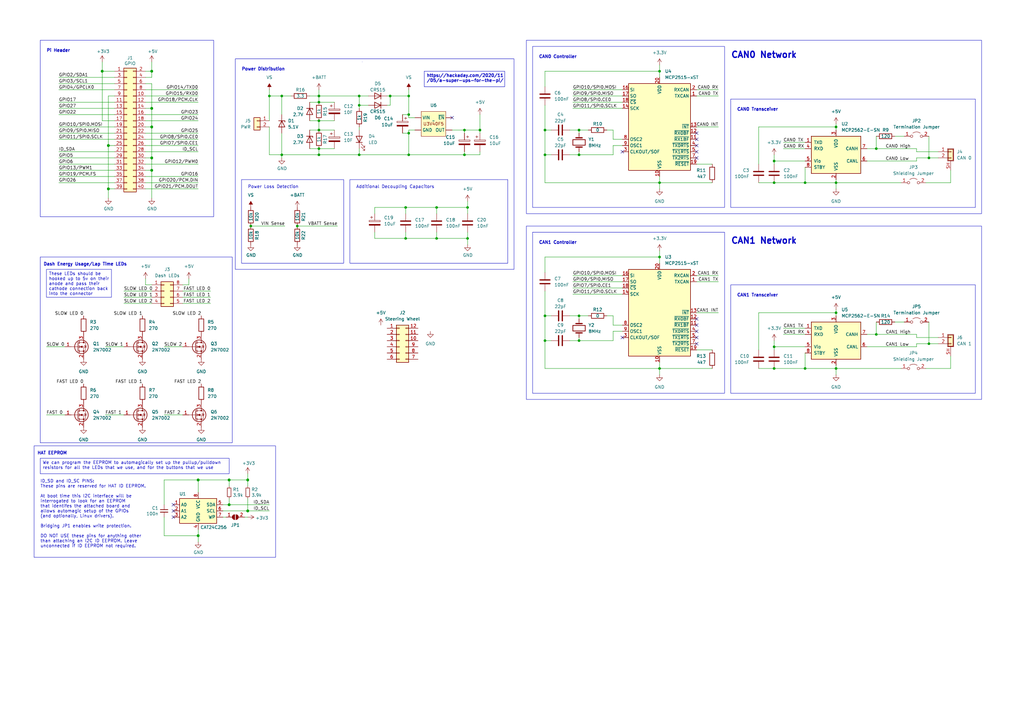
<source format=kicad_sch>
(kicad_sch (version 20230121) (generator eeschema)
  (paper "A3")
  (title_block (title "Dash Breakout Board") (date "2023-10-06") (rev "1"))
  (junction (at 317.5 66.04))
  (junction (at 330.2 74.93))
  (junction (at 237.49 129.54))
  (junction (at 62.23 64.77) (diameter 1.016))
  (junction (at 101.6 196.85) (diameter 1.016))
  (junction (at 41.91 29.21) (diameter 1.016))
  (junction (at 160.02 39.37))
  (junction (at 62.23 69.85) (diameter 1.016))
  (junction (at 93.98 207.01) (diameter 1.016))
  (junction (at 190.5 53.34))
  (junction (at 102.87 92.71))
  (junction (at 121.92 92.71))
  (junction (at 147.32 39.37))
  (junction (at 115.57 63.5))
  (junction (at 223.52 63.5))
  (junction (at 167.64 63.5))
  (junction (at 381 140.97))
  (junction (at 359.41 137.16))
  (junction (at 167.64 39.37))
  (junction (at 44.45 59.69) (diameter 1.016))
  (junction (at 237.49 53.34))
  (junction (at 147.32 63.5))
  (junction (at 223.52 129.54))
  (junction (at 166.37 85.09))
  (junction (at 342.9 128.27))
  (junction (at 130.81 53.34))
  (junction (at 130.81 63.5))
  (junction (at 317.5 151.13))
  (junction (at 62.23 52.07) (diameter 1.016))
  (junction (at 179.07 97.79))
  (junction (at 62.23 44.45) (diameter 1.016))
  (junction (at 317.5 142.24))
  (junction (at 342.9 74.93))
  (junction (at 270.51 105.41))
  (junction (at 93.98 196.85) (diameter 1.016))
  (junction (at 190.5 63.5))
  (junction (at 191.77 85.09))
  (junction (at 317.5 74.93))
  (junction (at 179.07 85.09))
  (junction (at 342.9 52.07))
  (junction (at 167.64 54.61))
  (junction (at 237.49 63.5))
  (junction (at 81.28 219.71) (diameter 1.016))
  (junction (at 381 64.77))
  (junction (at 115.57 39.37))
  (junction (at 223.52 139.7))
  (junction (at 191.77 97.79))
  (junction (at 81.28 196.85) (diameter 1.016))
  (junction (at 130.81 41.91))
  (junction (at 196.85 53.34))
  (junction (at 237.49 139.7))
  (junction (at 166.37 97.79))
  (junction (at 223.52 53.34))
  (junction (at 270.51 29.21))
  (junction (at 330.2 151.13))
  (junction (at 270.51 74.93))
  (junction (at 359.41 60.96))
  (junction (at 110.49 39.37))
  (junction (at 147.32 43.18))
  (junction (at 270.51 151.13))
  (junction (at 130.81 60.96))
  (junction (at 44.45 77.47) (diameter 1.016))
  (junction (at 342.9 151.13))
  (junction (at 130.81 39.37))
  (junction (at 130.81 49.53))
  (junction (at 167.64 46.99))
  (junction (at 62.23 29.21) (diameter 1.016))
  (junction (at 101.6 209.55) (diameter 1.016))
  (no_connect (at 71.12 207.01))
  (no_connect (at 71.12 209.55))
  (no_connect (at 71.12 212.09))
  (no_connect (at 285.75 57.15))
  (no_connect (at 185.42 48.26))
  (no_connect (at 285.75 64.77))
  (no_connect (at 255.27 62.23))
  (no_connect (at 285.75 135.89))
  (no_connect (at 285.75 54.61))
  (no_connect (at 255.27 138.43))
  (no_connect (at 285.75 62.23))
  (no_connect (at 285.75 59.69))
  (no_connect (at 285.75 140.97))
  (no_connect (at 285.75 133.35))
  (no_connect (at 285.75 138.43))
  (no_connect (at 285.75 130.81))
  (wire (pts (xy 44.45 59.69) (xy 44.45 77.47)))
  (wire (pts (xy 59.69 59.69) (xy 81.28 59.69)))
  (wire (pts (xy 127 41.91) (xy 130.81 41.91)))
  (wire (pts (xy 251.46 57.15) (xy 251.46 53.34)))
  (wire (pts (xy 46.99 41.91) (xy 24.13 41.91)))
  (wire (pts (xy 81.28 196.85) (xy 93.98 196.85)))
  (wire (pts (xy 101.6 196.85) (xy 93.98 196.85)))
  (wire (pts (xy 101.6 199.39) (xy 101.6 196.85)))
  (wire (pts (xy 270.51 29.21) (xy 270.51 31.75)))
  (wire (pts (xy 270.51 105.41) (xy 223.52 105.41)))
  (wire (pts (xy 191.77 85.09) (xy 191.77 87.63)))
  (wire (pts (xy 355.6 66.04) (xy 375.92 66.04)))
  (wire (pts (xy 294.64 36.83) (xy 285.75 36.83)))
  (wire (pts (xy 62.23 34.29) (xy 62.23 44.45)))
  (wire (pts (xy 234.95 120.65) (xy 255.27 120.65)))
  (wire (pts (xy 153.67 87.63) (xy 153.67 85.09)))
  (wire (pts (xy 130.81 49.53) (xy 130.81 53.34)))
  (wire (pts (xy 62.23 52.07) (xy 59.69 52.07)))
  (wire (pts (xy 147.32 63.5) (xy 167.64 63.5)))
  (wire (pts (xy 226.06 129.54) (xy 223.52 129.54)))
  (wire (pts (xy 130.81 60.96) (xy 137.16 60.96)))
  (wire (pts (xy 167.64 53.34) (xy 170.18 53.34)))
  (wire (pts (xy 196.85 53.34) (xy 196.85 54.61)))
  (wire (pts (xy 19.05 142.24) (xy 26.67 142.24)))
  (wire (pts (xy 62.23 64.77) (xy 62.23 69.85)))
  (wire (pts (xy 110.49 36.83) (xy 110.49 39.37)))
  (wire (pts (xy 237.49 129.54) (xy 237.49 130.81)))
  (wire (pts (xy 359.41 132.08) (xy 359.41 137.16)))
  (wire (pts (xy 160.02 39.37) (xy 167.64 39.37)))
  (wire (pts (xy 147.32 44.45) (xy 147.32 43.18)))
  (wire (pts (xy 317.5 142.24) (xy 317.5 143.51)))
  (wire (pts (xy 223.52 74.93) (xy 270.51 74.93)))
  (wire (pts (xy 223.52 29.21) (xy 223.52 35.56)))
  (wire (pts (xy 270.51 74.93) (xy 292.1 74.93)))
  (wire (pts (xy 389.89 69.85) (xy 389.89 74.93)))
  (wire (pts (xy 62.23 52.07) (xy 62.23 64.77)))
  (wire (pts (xy 127 49.53) (xy 130.81 49.53)))
  (wire (pts (xy 59.69 36.83) (xy 81.28 36.83)))
  (wire (pts (xy 130.81 36.83) (xy 130.81 39.37)))
  (wire (pts (xy 342.9 151.13) (xy 342.9 153.67)))
  (wire (pts (xy 375.92 64.77) (xy 381 64.77)))
  (wire (pts (xy 160.02 39.37) (xy 160.02 43.18)))
  (wire (pts (xy 44.45 39.37) (xy 44.45 59.69)))
  (wire (pts (xy 251.46 139.7) (xy 251.46 135.89)))
  (wire (pts (xy 234.95 115.57) (xy 255.27 115.57)))
  (wire (pts (xy 110.49 52.07) (xy 110.49 63.5)))
  (wire (pts (xy 91.44 207.01) (xy 93.98 207.01)))
  (wire (pts (xy 93.98 207.01) (xy 110.49 207.01)))
  (wire (pts (xy 294.64 52.07) (xy 285.75 52.07)))
  (wire (pts (xy 342.9 52.07) (xy 311.15 52.07)))
  (wire (pts (xy 237.49 129.54) (xy 241.3 129.54)))
  (wire (pts (xy 77.47 114.3) (xy 77.47 116.84)))
  (wire (pts (xy 234.95 39.37) (xy 255.27 39.37)))
  (wire (pts (xy 19.05 170.18) (xy 26.67 170.18)))
  (wire (pts (xy 44.45 39.37) (xy 46.99 39.37)))
  (wire (pts (xy 91.44 212.09) (xy 92.71 212.09)))
  (wire (pts (xy 100.33 212.09) (xy 101.6 212.09)))
  (wire (pts (xy 367.03 132.08) (xy 370.84 132.08)))
  (wire (pts (xy 59.69 57.15) (xy 81.28 57.15)))
  (wire (pts (xy 50.8 121.92) (xy 62.23 121.92)))
  (wire (pts (xy 342.9 128.27) (xy 342.9 129.54)))
  (wire (pts (xy 59.69 114.3) (xy 59.69 116.84)))
  (wire (pts (xy 46.99 62.23) (xy 24.13 62.23)))
  (wire (pts (xy 237.49 139.7) (xy 251.46 139.7)))
  (wire (pts (xy 167.64 48.26) (xy 170.18 48.26)))
  (wire (pts (xy 251.46 129.54) (xy 248.92 129.54)))
  (wire (pts (xy 24.13 64.77) (xy 46.99 64.77)))
  (wire (pts (xy 179.07 97.79) (xy 191.77 97.79)))
  (wire (pts (xy 270.51 151.13) (xy 292.1 151.13)))
  (wire (pts (xy 158.75 39.37) (xy 160.02 39.37)))
  (wire (pts (xy 285.75 67.31) (xy 292.1 67.31)))
  (wire (pts (xy 115.57 63.5) (xy 110.49 63.5)))
  (wire (pts (xy 330.2 68.58) (xy 330.2 74.93)))
  (wire (pts (xy 130.81 53.34) (xy 137.16 53.34)))
  (wire (pts (xy 223.52 53.34) (xy 223.52 63.5)))
  (wire (pts (xy 190.5 63.5) (xy 196.85 63.5)))
  (wire (pts (xy 190.5 53.34) (xy 196.85 53.34)))
  (wire (pts (xy 251.46 53.34) (xy 248.92 53.34)))
  (wire (pts (xy 234.95 118.11) (xy 255.27 118.11)))
  (wire (pts (xy 389.89 146.05) (xy 389.89 151.13)))
  (wire (pts (xy 44.45 59.69) (xy 46.99 59.69)))
  (wire (pts (xy 101.6 194.31) (xy 101.6 196.85)))
  (wire (pts (xy 237.49 63.5) (xy 251.46 63.5)))
  (wire (pts (xy 342.9 151.13) (xy 342.9 149.86)))
  (wire (pts (xy 317.5 74.93) (xy 330.2 74.93)))
  (wire (pts (xy 270.51 72.39) (xy 270.51 74.93)))
  (wire (pts (xy 59.69 46.99) (xy 81.28 46.99)))
  (wire (pts (xy 43.18 142.24) (xy 50.8 142.24)))
  (wire (pts (xy 81.28 196.85) (xy 81.28 201.93)))
  (wire (pts (xy 223.52 139.7) (xy 223.52 151.13)))
  (wire (pts (xy 359.41 60.96) (xy 375.92 60.96)))
  (wire (pts (xy 223.52 129.54) (xy 223.52 139.7)))
  (wire (pts (xy 233.68 139.7) (xy 237.49 139.7)))
  (wire (pts (xy 311.15 151.13) (xy 317.5 151.13)))
  (wire (pts (xy 223.52 43.18) (xy 223.52 53.34)))
  (wire (pts (xy 311.15 128.27) (xy 311.15 143.51)))
  (wire (pts (xy 237.49 63.5) (xy 237.49 62.23)))
  (wire (pts (xy 110.49 39.37) (xy 110.49 49.53)))
  (wire (pts (xy 270.51 151.13) (xy 270.51 153.67)))
  (wire (pts (xy 255.27 133.35) (xy 251.46 133.35)))
  (wire (pts (xy 59.69 77.47) (xy 81.28 77.47)))
  (wire (pts (xy 375.92 142.24) (xy 375.92 140.97)))
  (wire (pts (xy 44.45 77.47) (xy 44.45 81.28)))
  (wire (pts (xy 24.13 44.45) (xy 46.99 44.45)))
  (wire (pts (xy 101.6 204.47) (xy 101.6 209.55)))
  (wire (pts (xy 321.31 60.96) (xy 330.2 60.96)))
  (wire (pts (xy 41.91 25.4) (xy 41.91 29.21)))
  (wire (pts (xy 67.31 142.24) (xy 74.93 142.24)))
  (wire (pts (xy 270.51 26.67) (xy 270.51 29.21)))
  (wire (pts (xy 167.64 54.61) (xy 167.64 53.34)))
  (wire (pts (xy 130.81 41.91) (xy 137.16 41.91)))
  (wire (pts (xy 158.75 43.18) (xy 160.02 43.18)))
  (wire (pts (xy 321.31 58.42) (xy 330.2 58.42)))
  (wire (pts (xy 166.37 85.09) (xy 166.37 87.63)))
  (wire (pts (xy 317.5 63.5) (xy 317.5 66.04)))
  (wire (pts (xy 270.51 29.21) (xy 223.52 29.21)))
  (wire (pts (xy 321.31 134.62) (xy 330.2 134.62)))
  (wire (pts (xy 190.5 53.34) (xy 190.5 54.61)))
  (wire (pts (xy 381 55.88) (xy 381 64.77)))
  (wire (pts (xy 130.81 49.53) (xy 137.16 49.53)))
  (wire (pts (xy 62.23 69.85) (xy 59.69 69.85)))
  (wire (pts (xy 24.13 34.29) (xy 46.99 34.29)))
  (wire (pts (xy 355.6 137.16) (xy 359.41 137.16)))
  (wire (pts (xy 375.92 137.16) (xy 375.92 138.43)))
  (wire (pts (xy 147.32 43.18) (xy 147.32 39.37)))
  (wire (pts (xy 166.37 85.09) (xy 179.07 85.09)))
  (wire (pts (xy 375.92 140.97) (xy 381 140.97)))
  (wire (pts (xy 237.49 53.34) (xy 241.3 53.34)))
  (wire (pts (xy 270.51 148.59) (xy 270.51 151.13)))
  (wire (pts (xy 24.13 57.15) (xy 46.99 57.15)))
  (wire (pts (xy 196.85 53.34) (xy 196.85 46.99)))
  (wire (pts (xy 375.92 60.96) (xy 375.92 62.23)))
  (wire (pts (xy 379.73 74.93) (xy 389.89 74.93)))
  (wire (pts (xy 359.41 55.88) (xy 359.41 60.96)))
  (wire (pts (xy 41.91 49.53) (xy 46.99 49.53)))
  (wire (pts (xy 147.32 43.18) (xy 151.13 43.18)))
  (wire (pts (xy 311.15 52.07) (xy 311.15 67.31)))
  (wire (pts (xy 46.99 31.75) (xy 24.13 31.75)))
  (wire (pts (xy 153.67 97.79) (xy 166.37 97.79)))
  (wire (pts (xy 115.57 63.5) (xy 115.57 64.77)))
  (wire (pts (xy 62.23 29.21) (xy 62.23 31.75)))
  (wire (pts (xy 367.03 55.88) (xy 370.84 55.88)))
  (wire (pts (xy 62.23 44.45) (xy 62.23 52.07)))
  (wire (pts (xy 59.69 41.91) (xy 81.28 41.91)))
  (wire (pts (xy 62.23 44.45) (xy 59.69 44.45)))
  (wire (pts (xy 167.64 39.37) (xy 167.64 46.99)))
  (wire (pts (xy 317.5 151.13) (xy 330.2 151.13)))
  (wire (pts (xy 130.81 63.5) (xy 115.57 63.5)))
  (wire (pts (xy 167.64 36.83) (xy 167.64 39.37)))
  (wire (pts (xy 179.07 85.09) (xy 179.07 87.63)))
  (wire (pts (xy 165.1 54.61) (xy 167.64 54.61)))
  (wire (pts (xy 153.67 85.09) (xy 166.37 85.09)))
  (wire (pts (xy 62.23 25.4) (xy 62.23 29.21)))
  (wire (pts (xy 147.32 63.5) (xy 147.32 60.96)))
  (wire (pts (xy 294.64 113.03) (xy 285.75 113.03)))
  (wire (pts (xy 24.13 36.83) (xy 46.99 36.83)))
  (wire (pts (xy 179.07 85.09) (xy 191.77 85.09)))
  (wire (pts (xy 93.98 196.85) (xy 93.98 199.39)))
  (wire (pts (xy 223.52 63.5) (xy 226.06 63.5)))
  (wire (pts (xy 355.6 142.24) (xy 375.92 142.24)))
  (wire (pts (xy 50.8 119.38) (xy 62.23 119.38)))
  (wire (pts (xy 62.23 29.21) (xy 59.69 29.21)))
  (wire (pts (xy 41.91 29.21) (xy 41.91 49.53)))
  (wire (pts (xy 234.95 44.45) (xy 255.27 44.45)))
  (wire (pts (xy 59.69 49.53) (xy 81.28 49.53)))
  (wire (pts (xy 127 39.37) (xy 130.81 39.37)))
  (wire (pts (xy 147.32 39.37) (xy 130.81 39.37)))
  (wire (pts (xy 59.69 39.37) (xy 81.28 39.37)))
  (wire (pts (xy 342.9 52.07) (xy 342.9 53.34)))
  (wire (pts (xy 342.9 74.93) (xy 342.9 77.47)))
  (wire (pts (xy 179.07 95.25) (xy 179.07 97.79)))
  (wire (pts (xy 93.98 204.47) (xy 93.98 207.01)))
  (wire (pts (xy 234.95 36.83) (xy 255.27 36.83)))
  (wire (pts (xy 91.44 209.55) (xy 101.6 209.55)))
  (wire (pts (xy 101.6 209.55) (xy 110.49 209.55)))
  (wire (pts (xy 191.77 97.79) (xy 191.77 100.33)))
  (wire (pts (xy 24.13 46.99) (xy 46.99 46.99)))
  (wire (pts (xy 115.57 54.61) (xy 115.57 63.5)))
  (wire (pts (xy 130.81 60.96) (xy 130.81 63.5)))
  (wire (pts (xy 59.69 116.84) (xy 62.23 116.84)))
  (wire (pts (xy 24.13 54.61) (xy 46.99 54.61)))
  (wire (pts (xy 321.31 137.16) (xy 330.2 137.16)))
  (wire (pts (xy 342.9 151.13) (xy 369.57 151.13)))
  (wire (pts (xy 110.49 39.37) (xy 115.57 39.37)))
  (wire (pts (xy 342.9 50.8) (xy 342.9 52.07)))
  (wire (pts (xy 355.6 60.96) (xy 359.41 60.96)))
  (wire (pts (xy 223.52 151.13) (xy 270.51 151.13)))
  (wire (pts (xy 147.32 39.37) (xy 151.13 39.37)))
  (wire (pts (xy 138.43 92.71) (xy 121.92 92.71)))
  (wire (pts (xy 381 140.97) (xy 384.81 140.97)))
  (wire (pts (xy 223.52 63.5) (xy 223.52 74.93)))
  (wire (pts (xy 130.81 63.5) (xy 147.32 63.5)))
  (wire (pts (xy 24.13 67.31) (xy 46.99 67.31)))
  (wire (pts (xy 233.68 63.5) (xy 237.49 63.5)))
  (wire (pts (xy 62.23 31.75) (xy 59.69 31.75)))
  (wire (pts (xy 342.9 74.93) (xy 342.9 73.66)))
  (wire (pts (xy 226.06 53.34) (xy 223.52 53.34)))
  (wire (pts (xy 190.5 62.23) (xy 190.5 63.5)))
  (wire (pts (xy 86.36 124.46) (xy 74.93 124.46)))
  (wire (pts (xy 270.51 74.93) (xy 270.51 77.47)))
  (wire (pts (xy 223.52 119.38) (xy 223.52 129.54)))
  (wire (pts (xy 294.64 115.57) (xy 285.75 115.57)))
  (wire (pts (xy 153.67 95.25) (xy 153.67 97.79)))
  (wire (pts (xy 24.13 72.39) (xy 46.99 72.39)))
  (wire (pts (xy 342.9 127) (xy 342.9 128.27)))
  (wire (pts (xy 185.42 53.34) (xy 190.5 53.34)))
  (wire (pts (xy 59.69 72.39) (xy 81.28 72.39)))
  (wire (pts (xy 59.69 67.31) (xy 81.28 67.31)))
  (wire (pts (xy 44.45 77.47) (xy 46.99 77.47)))
  (wire (pts (xy 86.36 121.92) (xy 74.93 121.92)))
  (wire (pts (xy 255.27 57.15) (xy 251.46 57.15)))
  (wire (pts (xy 330.2 151.13) (xy 342.9 151.13)))
  (wire (pts (xy 59.69 74.93) (xy 81.28 74.93)))
  (wire (pts (xy 375.92 138.43) (xy 384.81 138.43)))
  (wire (pts (xy 223.52 105.41) (xy 223.52 111.76)))
  (wire (pts (xy 165.1 46.99) (xy 167.64 46.99)))
  (wire (pts (xy 237.49 139.7) (xy 237.49 138.43)))
  (wire (pts (xy 379.73 151.13) (xy 389.89 151.13)))
  (wire (pts (xy 62.23 34.29) (xy 59.69 34.29)))
  (wire (pts (xy 317.5 66.04) (xy 317.5 67.31)))
  (wire (pts (xy 74.93 116.84) (xy 77.47 116.84)))
  (wire (pts (xy 24.13 74.93) (xy 46.99 74.93)))
  (wire (pts (xy 50.8 124.46) (xy 62.23 124.46)))
  (wire (pts (xy 130.81 39.37) (xy 130.81 41.91)))
  (wire (pts (xy 251.46 135.89) (xy 255.27 135.89)))
  (wire (pts (xy 330.2 144.78) (xy 330.2 151.13)))
  (wire (pts (xy 342.9 74.93) (xy 369.57 74.93)))
  (wire (pts (xy 237.49 53.34) (xy 237.49 54.61)))
  (wire (pts (xy 167.64 63.5) (xy 190.5 63.5)))
  (wire (pts (xy 196.85 63.5) (xy 196.85 62.23)))
  (wire (pts (xy 167.64 63.5) (xy 167.64 54.61)))
  (wire (pts (xy 166.37 97.79) (xy 179.07 97.79)))
  (wire (pts (xy 317.5 142.24) (xy 330.2 142.24)))
  (wire (pts (xy 234.95 113.03) (xy 255.27 113.03)))
  (wire (pts (xy 43.18 170.18) (xy 50.8 170.18)))
  (wire (pts (xy 311.15 74.93) (xy 317.5 74.93)))
  (wire (pts (xy 115.57 39.37) (xy 115.57 46.99)))
  (wire (pts (xy 127 60.96) (xy 130.81 60.96)))
  (wire (pts (xy 67.31 196.85) (xy 67.31 207.01)))
  (wire (pts (xy 67.31 212.09) (xy 67.31 219.71)))
  (wire (pts (xy 67.31 219.71) (xy 81.28 219.71)))
  (wire (pts (xy 81.28 196.85) (xy 67.31 196.85)))
  (wire (pts (xy 381 132.08) (xy 381 140.97)))
  (wire (pts (xy 116.84 92.71) (xy 102.87 92.71)))
  (wire (pts (xy 294.64 39.37) (xy 285.75 39.37)))
  (wire (pts (xy 147.32 52.07) (xy 147.32 53.34)))
  (wire (pts (xy 81.28 217.17) (xy 81.28 219.71)))
  (wire (pts (xy 81.28 219.71) (xy 81.28 222.25)))
  (wire (pts (xy 270.51 102.87) (xy 270.51 105.41)))
  (wire (pts (xy 167.64 46.99) (xy 167.64 48.26)))
  (wire (pts (xy 233.68 129.54) (xy 237.49 129.54)))
  (wire (pts (xy 317.5 66.04) (xy 330.2 66.04)))
  (wire (pts (xy 62.23 69.85) (xy 62.23 81.28)))
  (wire (pts (xy 234.95 41.91) (xy 255.27 41.91)))
  (wire (pts (xy 285.75 143.51) (xy 292.1 143.51)))
  (wire (pts (xy 59.69 54.61) (xy 81.28 54.61)))
  (wire (pts (xy 46.99 69.85) (xy 24.13 69.85)))
  (wire (pts (xy 223.52 139.7) (xy 226.06 139.7)))
  (wire (pts (xy 86.36 119.38) (xy 74.93 119.38)))
  (wire (pts (xy 375.92 62.23) (xy 384.81 62.23)))
  (wire (pts (xy 294.64 128.27) (xy 285.75 128.27)))
  (wire (pts (xy 359.41 137.16) (xy 375.92 137.16)))
  (wire (pts (xy 191.77 85.09) (xy 191.77 82.55)))
  (wire (pts (xy 67.31 170.18) (xy 74.93 170.18)))
  (wire (pts (xy 270.51 105.41) (xy 270.51 107.95)))
  (wire (pts (xy 62.23 64.77) (xy 59.69 64.77)))
  (wire (pts (xy 251.46 63.5) (xy 251.46 59.69)))
  (wire (pts (xy 381 64.77) (xy 384.81 64.77)))
  (wire (pts (xy 41.91 29.21) (xy 46.99 29.21)))
  (wire (pts (xy 127 53.34) (xy 130.81 53.34)))
  (wire (pts (xy 115.57 39.37) (xy 119.38 39.37)))
  (wire (pts (xy 375.92 66.04) (xy 375.92 64.77)))
  (wire (pts (xy 233.68 53.34) (xy 237.49 53.34)))
  (wire (pts (xy 191.77 95.25) (xy 191.77 97.79)))
  (wire (pts (xy 342.9 128.27) (xy 311.15 128.27)))
  (wire (pts (xy 46.99 52.07) (xy 24.13 52.07)))
  (wire (pts (xy 59.69 62.23) (xy 81.28 62.23)))
  (wire (pts (xy 166.37 95.25) (xy 166.37 97.79)))
  (wire (pts (xy 251.46 133.35) (xy 251.46 129.54)))
  (wire (pts (xy 330.2 74.93) (xy 342.9 74.93)))
  (wire (pts (xy 251.46 59.69) (xy 255.27 59.69)))
  (wire (pts (xy 317.5 139.7) (xy 317.5 142.24)))
  (rectangle (start 143.51 73.66) (end 208.28 107.95))
  (rectangle (start 16.51 105.41) (end 95.25 181.61))
  (rectangle (start 299.72 40.64) (end 400.05 85.09))
  (rectangle (start 215.9 16.51) (end 402.59 87.63))
  (rectangle (start 99.06 73.66) (end 140.97 107.95))
  (rectangle (start 218.44 19.05) (end 297.18 85.09))
  (rectangle (start 16.51 16.51) (end 87.63 88.9))
  (rectangle (start 299.72 116.84) (end 400.05 161.29))
  (rectangle (start 218.44 95.25) (end 297.18 161.29))
  (rectangle (start 96.52 24.13) (end 210.82 110.49))
  (rectangle (start 215.9 92.71) (end 402.59 163.83))
  (rectangle (start 13.97 182.88) (end 113.03 228.6))
  (text_box "https://hackaday.com/2020/11\n/05/a-super-ups-for-the-pi/" (at 173.99 29.21 0) (size 33.02 6.35) (effects (font (size 1.27 1.27) bold) (justify left top)))
  (text_box "These LEDs should be hooked up to 5v on their anode and pass their cathode connection back into the connector" (at 19.05 110.49 0) (size 26.67 11.43) (effects (font (size 1.27 1.27)) (justify left top)))
  (text_box "We can program the EEPROM to automagically set up the pullup/pulldown resistors for all the LEDs that we use, and for the buttons that we use\n " (at 16.51 187.96 0) (size 77.47 6.35) (effects (font (size 1.27 1.27)) (justify left top)))
  (text_box "" (at 148.59 25.4 0) (size 0 0) (effects (font (size 1.27 1.27)) (justify left top)))
  (text "Power Loss Detection" (at 101.6 77.47 0) (effects (font (size 1.27 1.27)) (justify left bottom)))
  (text "CAN1 Controller" (at 220.98 100.33 0) (effects (font (size 1.27 1.27) bold) (justify left bottom)))
  (text "HAT EEPROM" (at 15.24 186.69 0) (effects (font (size 1.27 1.27) (thickness 0.254) bold) (justify left bottom)))
  (text "Power Distribution" (at 99.06 29.21 0) (effects (font (size 1.27 1.27) bold) (justify left bottom)))
  (text "ID_SD and ID_SC PINS:\nThese pins are reserved for HAT ID EEPROM.\n\nAt boot time this I2C interface will be\ninterrogated to look for an EEPROM\nthat identifes the attached board and\nallows automagic setup of the GPIOs\n(and optionally, Linux drivers).\n\nBridging JP1 enables write protection.\n\nDO NOT USE these pins for anything other\nthan attaching an I2C ID EEPROM. Leave\nunconnected if ID EEPROM not required." (at 16.51 224.79 0) (effects (font (size 1.27 1.27)) (justify left bottom)))
  (text "CAN1 Transceiver" (at 302.26 121.92 0) (effects (font (size 1.27 1.27) bold) (justify left bottom)))
  (text "Pi Header" (at 19.05 21.59 0) (effects (font (size 1.27 1.27) bold) (justify left bottom)))
  (text "CAN1 Network" (at 299.72 100.33 0) (effects (font (size 2.54 2.54) bold) (justify left bottom)))
  (text "Dash Energy Usage/Lap Time LEDs" (at 17.78 109.22 0) (effects (font (size 1.27 1.27) (thickness 0.254) bold) (justify left bottom)))
  (text "CAN0 Network" (at 299.72 24.13 0) (effects (font (size 2.54 2.54) bold) (justify left bottom)))
  (text "CAN0 Transceiver" (at 302.26 45.72 0) (effects (font (size 1.27 1.27) bold) (justify left bottom)))
  (text "CAN0 Controller" (at 220.98 24.13 0) (effects (font (size 1.27 1.27) bold) (justify left bottom)))
  (text "Additional Decoupling Capacitors" (at 146.05 77.47 0) (effects (font (size 1.27 1.27)) (justify left bottom)))
  (label "CAN1 RX" (at 321.31 137.16 0))
  (label "CAN0 TX" (at 294.64 39.37 180))
  (label "ID_SDA" (at 24.13 62.23 0))
  (label "GPIO9{slash}SPI0.MISO" (at 234.95 39.37 0))
  (label "GPIO6" (at 24.13 67.31 0))
  (label "SLOW 2" (at 67.31 142.24 0))
  (label "SLOW LED 2" (at 82.55 129.54 180))
  (label "FAST LED 1" (at 58.42 157.48 180))
  (label "CAN0 Low" (at 363.22 66.04 0))
  (label "GPIO9{slash}SPI0.MISO" (at 234.95 115.57 0))
  (label "ID_SDA" (at 110.49 207.01 180))
  (label "SLOW LED 0" (at 50.8 119.38 0))
  (label "CAN1 TX" (at 294.64 115.57 180))
  (label "ID_SCL" (at 81.28 62.23 180))
  (label "GPIO5" (at 24.13 64.77 0))
  (label "GPIO7{slash}SPI0.CE1" (at 234.95 118.11 0))
  (label "GPIO21{slash}PCM.DOUT" (at 81.28 77.47 180))
  (label "GPIO19{slash}PCM.FS" (at 24.13 72.39 0))
  (label "GPIO10{slash}SPI0.MOSI" (at 24.13 52.07 0))
  (label "FAST LED 2" (at 86.36 124.46 180))
  (label "GPIO9{slash}SPI0.MISO" (at 24.13 54.61 0))
  (label "VBATT Sense" (at 138.43 92.71 180))
  (label "GPIO23" (at 81.28 46.99 180))
  (label "SLOW 1" (at 43.18 142.24 0))
  (label "CAN0 RX" (at 294.64 36.83 180))
  (label "GPIO4{slash}GPCLK0" (at 24.13 36.83 0))
  (label "GPIO27" (at 24.13 44.45 0))
  (label "SLOW LED 1" (at 58.42 129.54 180))
  (label "VIN Sense" (at 116.84 92.71 180))
  (label "GPIO26" (at 24.13 74.93 0))
  (label "GPIO14{slash}TXD0" (at 81.28 36.83 180))
  (label "GPIO8{slash}SPI0.CE0" (at 81.28 57.15 180))
  (label "GPIO15{slash}RXD0" (at 81.28 39.37 180))
  (label "GPIO16" (at 81.28 72.39 180))
  (label "GPIO8{slash}SPI0.CE0" (at 234.95 41.91 0))
  (label "SLOW LED 2" (at 50.8 124.46 0))
  (label "FAST 2" (at 67.31 170.18 0))
  (label "FAST LED 0" (at 34.29 157.48 180))
  (label "GPIO22" (at 24.13 46.99 0))
  (label "CAN1 INT" (at 294.64 128.27 180))
  (label "FAST 0" (at 19.05 170.18 0))
  (label "CAN0 RX" (at 321.31 60.96 0))
  (label "SLOW LED 1" (at 50.8 121.92 0))
  (label "GPIO2{slash}SDA1" (at 24.13 31.75 0))
  (label "GPIO11{slash}SPI0.SCLK" (at 234.95 120.65 0))
  (label "GPIO17" (at 24.13 41.91 0))
  (label "CAN0 INT" (at 294.64 52.07 180))
  (label "GPIO25" (at 81.28 54.61 180))
  (label "GPIO3{slash}SCL1" (at 24.13 34.29 0))
  (label "GPIO18{slash}PCM.CLK" (at 81.28 41.91 180))
  (label "FAST LED 1" (at 86.36 121.92 180))
  (label "FAST 1" (at 43.18 170.18 0))
  (label "GPIO12{slash}PWM0" (at 81.28 67.31 180))
  (label "FAST LED 0" (at 86.36 119.38 180))
  (label "CAN0 High" (at 363.22 60.96 0))
  (label "GPIO13{slash}PWM1" (at 24.13 69.85 0))
  (label "GPIO20{slash}PCM.DIN" (at 81.28 74.93 180))
  (label "GPIO24" (at 81.28 49.53 180))
  (label "CAN1 High" (at 363.22 137.16 0))
  (label "GPIO7{slash}SPI0.CE1" (at 81.28 59.69 180))
  (label "FAST LED 2" (at 82.55 157.48 180))
  (label "GPIO10{slash}SPI0.MOSI" (at 234.95 36.83 0))
  (label "GPIO10{slash}SPI0.MOSI" (at 234.95 113.03 0))
  (label "CAN1 TX" (at 321.31 134.62 0))
  (label "ID_SCL" (at 110.49 209.55 180))
  (label "CAN1 Low" (at 363.22 142.24 0))
  (label "SLOW LED 0" (at 34.29 129.54 180))
  (label "CAN1 RX" (at 294.64 113.03 180))
  (label "SLOW 0" (at 19.05 142.24 0))
  (label "GPIO11{slash}SPI0.SCLK" (at 234.95 44.45 0))
  (label "CAN0 TX" (at 321.31 58.42 0))
  (label "GPIO11{slash}SPI0.SCLK" (at 24.13 57.15 0))
  (symbol (lib_id "power:+5V") (at 62.23 25.4 0) (unit 1)
    (property "Reference" "#PWR01" (effects hide))
    (property "Value" "+5V" (at 62.5983 21.0756 0))
  )
  (symbol (lib_id "power:+3.3V") (at 41.91 25.4 0) (unit 1)
    (property "Reference" "#PWR04" (effects hide))
    (property "Value" "+3.3V" (at 42.2783 21.0756 0))
  )
  (symbol (lib_id "power:GND") (at 62.23 81.28 0) (unit 1)
    (property "Reference" "#PWR02" (effects hide))
    (property "Value" "GND" (at 62.3443 85.6044 0))
  )
  (symbol (lib_id "power:GND") (at 44.45 81.28 0) (unit 1)
    (property "Reference" "#PWR03" (effects hide))
    (property "Value" "GND" (at 44.5643 85.6044 0))
  )
  (symbol (lib_id "Connector_Generic:Conn_02x20_Odd_Even") (at 52.07 52.07 0) (unit 1)
    (property "Reference" "J1" (at 53.34 23.7298 0))
    (property "Value" "GPIO" (at 53.34 26.035 0))
    (property "Footprint" "Connector_PinSocket_2.54mm:PinSocket_2x20_P2.54mm_Vertical" (effects hide))
  )
  (symbol (lib_name "GND_1") (lib_id "power:GND") (at 34.29 147.32 0) (unit 1)
    (property "Reference" "#PWR09" (effects hide))
    (property "Value" "GND" (at 34.29 152.4 0))
  )
  (symbol (lib_id "Jumper:Jumper_2_Open") (at 375.92 55.88 0) (unit 1)
    (property "Reference" "JP2" (at 375.92 49.53 0))
    (property "Value" "Termination Jumper" (at 375.92 52.07 0))
  )
  (symbol (lib_id "power:+BATT") (at 130.81 36.83 0) (unit 1)
    (property "Reference" "#PWR030" (effects hide))
    (property "Value" "+BATT" (at 130.81 31.75 0))
  )
  (symbol (lib_id "Device:R") (at 58.42 133.35 0) (unit 1)
    (property "Reference" "R4" (at 60.96 132.08 0) (effects (justify left)))
    (property "Value" "270" (at 60.96 134.62 0) (effects (justify left)))
  )
  (symbol (lib_id "Device:C_Small") (at 67.31 209.55 0) (unit 1)
    (property "Reference" "C1" (at 64.9858 208.4006 0) (effects (justify right)))
    (property "Value" "100n" (at 64.9858 210.6993 0) (effects (justify right)))
  )
  (symbol (lib_id "Connector_Generic:Conn_01x02") (at 105.41 49.53 0) (mirror y) (unit 1)
    (property "Reference" "J5" (at 102.87 49.53 0) (effects (justify left)))
    (property "Value" "PWR" (at 102.87 52.07 0) (effects (justify left)))
  )
  (symbol (lib_id "Device:C") (at 311.15 71.12 0) (mirror y) (unit 1)
    (property "Reference" "C3" (at 307.34 69.85 0) (effects (justify left)))
    (property "Value" "100nF" (at 307.34 72.39 0) (effects (justify left)))
  )
  (symbol (lib_name "+3.3V_1") (lib_id "power:+3.3V") (at 270.51 26.67 0) (unit 1)
    (property "Reference" "#PWR021" (effects hide))
    (property "Value" "+3.3V" (at 270.51 21.59 0))
  )
  (symbol (lib_id "Device:R") (at 130.81 57.15 180) (unit 1)
    (property "Reference" "R17" (at 133.35 57.15 90))
    (property "Value" "1k" (at 130.81 57.15 90))
  )
  (symbol (lib_id "Device:C") (at 191.77 91.44 0) (unit 1)
    (property "Reference" "C20" (at 195.58 90.17 0) (effects (justify left)))
    (property "Value" "10nF" (at 195.58 92.71 0) (effects (justify left)))
  )
  (symbol (lib_id "Connector_Generic:Conn_02x04_Counter_Clockwise") (at 67.31 119.38 0) (unit 1)
    (property "Reference" "J3" (at 68.58 110.49 0))
    (property "Value" "Dash LEDs" (at 68.58 113.03 0))
  )
  (symbol (lib_id "Device:C") (at 223.52 115.57 0) (unit 1)
    (property "Reference" "C7" (at 227.33 114.3 0) (effects (justify left)))
    (property "Value" "100nF" (at 227.33 116.84 0) (effects (justify left)))
  )
  (symbol (lib_name "+5V_3") (lib_id "power:+5V") (at 196.85 46.99 0) (unit 1)
    (property "Reference" "#PWR028" (effects hide))
    (property "Value" "+5V" (at 196.85 41.91 0))
  )
  (symbol (lib_id "Device:R") (at 292.1 71.12 0) (mirror y) (unit 1)
    (property "Reference" "R11" (at 289.56 69.85 0) (effects (justify left)))
    (property "Value" "4k7" (at 289.56 72.39 0) (effects (justify left)))
  )
  (symbol (lib_id "Device:R") (at 245.11 129.54 90) (unit 1)
    (property "Reference" "R12" (at 245.11 127 90))
    (property "Value" "0" (at 245.11 129.54 90))
  )
  (symbol (lib_id "Device:D_Zener") (at 127 45.72 270) (unit 1)
    (property "Reference" "D2" (at 124.46 44.45 90) (effects (justify right)))
    (property "Value" "2.7V" (at 124.46 46.99 90) (effects (justify right)))
  )
  (symbol (lib_id "Device:R_Small") (at 93.98 201.93 0) (unit 1)
    (property "Reference" "R1" (at 95.4786 200.787 0) (effects (justify left)))
    (property "Value" "3.9k" (at 95.4787 203.0793 0) (effects (justify left)))
  )
  (symbol (lib_id "Jumper:Jumper_2_Open") (at 374.65 74.93 0) (unit 1)
    (property "Reference" "JP3" (at 374.65 68.58 0))
    (property "Value" "Shielding Jumper" (at 374.65 71.12 0))
  )
  (symbol (lib_id "Device:R") (at 102.87 96.52 180) (unit 1)
    (property "Reference" "R18" (at 105.41 96.52 90))
    (property "Value" "10k" (at 102.87 96.52 90))
  )
  (symbol (lib_id "Device:R") (at 121.92 96.52 180) (unit 1)
    (property "Reference" "R22" (at 124.46 96.52 90))
    (property "Value" "10k" (at 121.92 96.52 90))
  )
  (symbol (lib_id "power:VS") (at 167.64 36.83 0) (unit 1)
    (property "Reference" "#PWR027" (effects hide))
    (property "Value" "VS" (at 167.64 31.75 0))
  )
  (symbol (lib_id "power:VS") (at 110.49 36.83 0) (unit 1)
    (property "Reference" "#PWR016" (effects hide))
    (property "Value" "VS" (at 110.49 31.75 0))
  )
  (symbol (lib_id "Transistor_FET:2N7002") (at 55.88 142.24 0) (unit 1)
    (property "Reference" "Q2" (at 62.23 140.97 0) (effects (justify left)))
    (property "Value" "2N7002" (at 62.23 143.51 0) (effects (justify left)))
    (property "Footprint" "Package_TO_SOT_SMD:SOT-23" (effects hide))
    (property "Datasheet" "https://www.onsemi.com/pub/Collateral/NDS7002A-D.PDF" (effects hide))
  )
  (symbol (lib_id "Device:LED") (at 147.32 57.15 90) (unit 1)
    (property "Reference" "D4" (at 151.13 55.88 90) (effects (justify right)))
    (property "Value" "LED" (at 151.13 58.42 90) (effects (justify right)))
  )
  (symbol (lib_name "GND_1") (lib_id "power:GND") (at 58.42 175.26 0) (unit 1)
    (property "Reference" "#PWR013" (effects hide))
    (property "Value" "GND" (at 58.42 180.34 0))
  )
  (symbol (lib_id "Jumper:SolderJumper_2_Open") (at 96.52 212.09 0) (unit 1)
    (property "Reference" "JP1" (at 96.52 215.373 0))
    (property "Value" "ID_WP" (effects hide))
  )
  (symbol (lib_id "power:GND") (at 115.57 64.77 0) (unit 1)
    (property "Reference" "#PWR017" (effects hide))
    (property "Value" "GND" (at 115.6843 69.0944 0))
  )
  (symbol (lib_name "+5V_3") (lib_id "power:+5V") (at 342.9 127 0) (unit 1)
    (property "Reference" "#PWR025" (effects hide))
    (property "Value" "+5V" (at 342.9 121.92 0))
  )
  (symbol (lib_id "Connector_Generic:Conn_02x06_Counter_Clockwise") (at 163.83 139.7 0) (unit 1)
    (property "Reference" "J2" (at 165.1 128.27 0))
    (property "Value" "Steering Wheel" (at 165.1 130.81 0))
  )
  (symbol (lib_name "+5V_3") (lib_id "power:+5V") (at 342.9 50.8 0) (unit 1)
    (property "Reference" "#PWR018" (effects hide))
    (property "Value" "+5V" (at 342.9 45.72 0))
  )
  (symbol (lib_id "power:+BATT") (at 121.92 85.09 0) (unit 1)
    (property "Reference" "#PWR032" (effects hide))
    (property "Value" "+BATT" (at 121.92 80.01 0))
  )
  (symbol (lib_id "Device:R_Small") (at 101.6 201.93 0) (unit 1)
    (property "Reference" "R2" (at 103.0986 200.787 0) (effects (justify left)))
    (property "Value" "3.9k" (at 103.0987 203.0793 0) (effects (justify left)))
  )
  (symbol (lib_id "Transistor_FET:2N7002") (at 55.88 170.18 0) (unit 1)
    (property "Reference" "Q5" (at 62.23 168.91 0) (effects (justify left)))
    (property "Value" "2N7002" (at 62.23 171.45 0) (effects (justify left)))
    (property "Footprint" "Package_TO_SOT_SMD:SOT-23" (effects hide))
    (property "Datasheet" "https://www.onsemi.com/pub/Collateral/NDS7002A-D.PDF" (effects hide))
  )
  (symbol (lib_id "Connector_Generic_Shielded:Conn_01x02_Shielded") (at 389.89 62.23 0) (unit 1)
    (property "Reference" "J4" (at 392.43 62.23 0) (effects (justify left)))
    (property "Value" "CAN 0" (at 392.43 64.77 0) (effects (justify left)))
  )
  (symbol (lib_id "power:+3.3V") (at 101.6 194.31 0) (unit 1)
    (property "Reference" "#PWR0101" (effects hide))
    (property "Value" "+3.3V" (at 101.9683 189.9856 0))
  )
  (symbol (lib_id "Device:C_Polarized") (at 165.1 50.8 0) (mirror y) (unit 1)
    (property "Reference" "C14" (at 161.29 48.641 0) (effects (justify left)))
    (property "Value" "10uF" (at 161.29 51.181 0) (effects (justify left)))
  )
  (symbol (lib_name "+3.3V_1") (lib_id "power:+3.3V") (at 317.5 139.7 0) (unit 1)
    (property "Reference" "#PWR024" (effects hide))
    (property "Value" "+3.3V" (at 317.5 134.62 0))
  )
  (symbol (lib_name "GND_1") (lib_id "power:GND") (at 82.55 175.26 0) (unit 1)
    (property "Reference" "#PWR014" (effects hide))
    (property "Value" "GND" (at 82.55 180.34 0))
  )
  (symbol (lib_id "Device:R") (at 245.11 53.34 90) (unit 1)
    (property "Reference" "R10" (at 245.11 50.8 90))
    (property "Value" "0" (at 245.11 53.34 90))
  )
  (symbol (lib_id "Device:D_Zener") (at 115.57 50.8 270) (unit 1)
    (property "Reference" "D1" (at 118.11 49.53 90) (effects (justify left)))
    (property "Value" "5.1V" (at 118.11 52.07 90) (effects (justify left)))
  )
  (symbol (lib_name "+3.3V_1") (lib_id "power:+3.3V") (at 317.5 63.5 0) (unit 1)
    (property "Reference" "#PWR019" (effects hide))
    (property "Value" "+3.3V" (at 317.5 58.42 0))
  )
  (symbol (lib_id "power:GND") (at 102.87 100.33 0) (unit 1)
    (property "Reference" "#PWR031" (effects hide))
    (property "Value" "GND" (at 102.9843 104.6544 0))
  )
  (symbol (lib_name "+3.3V_1") (lib_id "power:+3.3V") (at 270.51 102.87 0) (unit 1)
    (property "Reference" "#PWR022" (effects hide))
    (property "Value" "+3.3V" (at 270.51 97.79 0))
  )
  (symbol (lib_id "Device:R") (at 102.87 88.9 180) (unit 1)
    (property "Reference" "R20" (at 105.41 88.9 90))
    (property "Value" "10k" (at 102.87 88.9 90))
  )
  (symbol (lib_id "Memory_EEPROM:CAT24C256") (at 81.28 209.55 0) (unit 1)
    (property "Reference" "U1" (at 74.93 202.5458 0))
    (property "Value" "CAT24C256" (at 87.63 216.2745 0))
    (property "Datasheet" "https://www.onsemi.cn/PowerSolutions/document/CAT24C256-D.PDF" (effects hide))
  )
  (symbol (lib_id "power:GND") (at 121.92 100.33 0) (unit 1)
    (property "Reference" "#PWR033" (effects hide))
    (property "Value" "GND" (at 122.0343 104.6544 0))
  )
  (symbol (lib_id "Device:R") (at 363.22 55.88 90) (unit 1)
    (property "Reference" "R9" (at 363.22 53.34 90))
    (property "Value" "120" (at 363.22 55.88 90))
  )
  (symbol (lib_name "+5V_2") (lib_id "power:+5V") (at 77.47 114.3 0) (unit 1)
    (property "Reference" "#PWR07" (effects hide))
    (property "Value" "+5V" (at 77.47 109.22 0))
  )
  (symbol (lib_name "GND_1") (lib_id "power:GND") (at 58.42 147.32 0) (unit 1)
    (property "Reference" "#PWR010" (effects hide))
    (property "Value" "GND" (at 58.42 152.4 0))
  )
  (symbol (lib_id "Jumper:Jumper_2_Open") (at 375.92 132.08 0) (unit 1)
    (property "Reference" "JP5" (at 375.92 125.73 0))
    (property "Value" "Termination Jumper" (at 375.92 128.27 0))
  )
  (symbol (lib_id "Device:C_Polarized") (at 137.16 57.15 0) (unit 1)
    (property "Reference" "C13" (at 140.97 54.991 0) (effects (justify left)))
    (property "Value" "10F" (at 140.97 57.531 0) (effects (justify left)))
  )
  (symbol (lib_name "GND_1") (lib_id "power:GND") (at 82.55 147.32 0) (unit 1)
    (property "Reference" "#PWR011" (effects hide))
    (property "Value" "GND" (at 82.55 152.4 0))
  )
  (symbol (lib_id "Device:C") (at 311.15 147.32 0) (mirror y) (unit 1)
    (property "Reference" "C10" (at 307.34 146.05 0) (effects (justify left)))
    (property "Value" "100nF" (at 307.34 148.59 0) (effects (justify left)))
  )
  (symbol (lib_id "Device:R") (at 121.92 88.9 180) (unit 1)
    (property "Reference" "R21" (at 124.46 88.9 90))
    (property "Value" "10k" (at 121.92 88.9 90))
  )
  (symbol (lib_id "Device:D") (at 154.94 43.18 0) (mirror y) (unit 1)
    (property "Reference" "D6" (at 154.94 48.26 0))
    (property "Value" "CRS15" (at 154.94 45.72 0))
    (property "Footprint" "Diode_SMD:D_SOD-123F" (effects hide))
    (property "Sim.Device" "D" (effects hide))
    (property "Sim.Pins" "1=K 2=A" (effects hide))
  )
  (symbol (lib_id "power:GND") (at 191.77 100.33 0) (unit 1)
    (property "Reference" "#PWR035" (effects hide))
    (property "Value" "GND" (at 191.8843 104.6544 0))
  )
  (symbol (lib_id "Device:C") (at 179.07 91.44 0) (unit 1)
    (property "Reference" "C18" (at 182.88 90.17 0) (effects (justify left)))
    (property "Value" "100nF" (at 182.88 92.71 0) (effects (justify left)))
  )
  (symbol (lib_id "Device:C") (at 229.87 129.54 270) (unit 1)
    (property "Reference" "C8" (at 229.87 123.19 90))
    (property "Value" "22pF" (at 229.87 125.73 90))
  )
  (symbol (lib_id "Device:Crystal") (at 237.49 134.62 90) (unit 1)
    (property "Reference" "Y2" (at 241.3 133.35 90) (effects (justify right)))
    (property "Value" "8MHz" (at 241.3 135.89 90) (effects (justify right)))
  )
  (symbol (lib_id "Transistor_FET:2N7002") (at 31.75 142.24 0) (unit 1)
    (property "Reference" "Q1" (at 38.1 140.97 0) (effects (justify left)))
    (property "Value" "2N7002" (at 38.1 143.51 0) (effects (justify left)))
    (property "Footprint" "Package_TO_SOT_SMD:SOT-23" (effects hide))
    (property "Datasheet" "https://www.onsemi.com/pub/Collateral/NDS7002A-D.PDF" (effects hide))
  )
  (symbol (lib_id "Interface_CAN_LIN:MCP2515-xST") (at 270.51 128.27 0) (unit 1)
    (property "Reference" "U3" (at 272.7041 105.41 0) (effects (justify left)))
    (property "Value" "MCP2515-xST" (at 272.7041 107.95 0) (effects (justify left)))
    (property "Footprint" "Package_SO:TSSOP-20_4.4x6.5mm_P0.65mm" (effects hide))
    (property "Datasheet" "http://ww1.microchip.com/downloads/en/DeviceDoc/21801e.pdf" (effects hide))
  )
  (symbol (lib_id "Device:R") (at 82.55 133.35 0) (unit 1)
    (property "Reference" "R5" (at 85.09 132.08 0) (effects (justify left)))
    (property "Value" "270" (at 85.09 134.62 0) (effects (justify left)))
  )
  (symbol (lib_name "GND_4") (lib_id "power:GND") (at 270.51 77.47 0) (unit 1)
    (property "Reference" "#PWR020" (effects hide))
    (property "Value" "GND" (at 270.51 82.55 0))
  )
  (symbol (lib_name "+5V_3") (lib_id "power:+5V") (at 191.77 82.55 0) (unit 1)
    (property "Reference" "#PWR034" (effects hide))
    (property "Value" "+5V" (at 191.77 77.47 0))
  )
  (symbol (lib_id "Device:R") (at 34.29 133.35 0) (unit 1)
    (property "Reference" "R3" (at 36.83 132.08 0) (effects (justify left)))
    (property "Value" "270" (at 36.83 134.62 0) (effects (justify left)))
  )
  (symbol (lib_id "Device:R") (at 34.29 161.29 0) (unit 1)
    (property "Reference" "R6" (at 36.83 160.02 0) (effects (justify left)))
    (property "Value" "270" (at 36.83 162.56 0) (effects (justify left)))
  )
  (symbol (lib_id "Device:R") (at 363.22 132.08 90) (unit 1)
    (property "Reference" "R14" (at 363.22 129.54 90))
    (property "Value" "120" (at 363.22 132.08 90))
  )
  (symbol (lib_id "Device:C") (at 317.5 71.12 0) (unit 1)
    (property "Reference" "C2" (at 321.31 69.85 0) (effects (justify left)))
    (property "Value" "100nF" (at 321.31 72.39 0) (effects (justify left)))
  )
  (symbol (lib_id "Device:C") (at 229.87 63.5 90) (mirror x) (unit 1)
    (property "Reference" "C5" (at 229.87 57.15 90))
    (property "Value" "22pF" (at 229.87 59.69 90))
  )
  (symbol (lib_name "+5V_1") (lib_id "power:+5V") (at 156.21 133.35 0) (unit 1)
    (property "Reference" "#PWR05" (effects hide))
    (property "Value" "+5V" (at 156.21 128.27 0))
  )
  (symbol (lib_id "Device:Crystal") (at 237.49 58.42 90) (unit 1)
    (property "Reference" "Y1" (at 241.3 57.15 90) (effects (justify right)))
    (property "Value" "8MHz" (at 241.3 59.69 90) (effects (justify right)))
  )
  (symbol (lib_id "Transistor_FET:2N7002") (at 80.01 142.24 0) (unit 1)
    (property "Reference" "Q3" (at 86.36 140.97 0) (effects (justify left)))
    (property "Value" "2N7002" (at 86.36 143.51 0) (effects (justify left)))
    (property "Footprint" "Package_TO_SOT_SMD:SOT-23" (effects hide))
    (property "Datasheet" "https://www.onsemi.com/pub/Collateral/NDS7002A-D.PDF" (effects hide))
  )
  (symbol (lib_name "+5V_2") (lib_id "power:+5V") (at 59.69 114.3 0) (unit 1)
    (property "Reference" "#PWR06" (effects hide))
    (property "Value" "+5V" (at 59.69 109.22 0))
  )
  (symbol (lib_id "Device:R") (at 130.81 45.72 180) (unit 1)
    (property "Reference" "R15" (at 133.35 45.72 90))
    (property "Value" "1k" (at 130.81 45.72 90))
  )
  (symbol (lib_id "Interface_CAN_LIN:MCP2515-xST") (at 270.51 52.07 0) (unit 1)
    (property "Reference" "U4" (at 272.7041 29.21 0) (effects (justify left)))
    (property "Value" "MCP2515-xST" (at 272.7041 31.75 0) (effects (justify left)))
    (property "Footprint" "Package_SO:TSSOP-20_4.4x6.5mm_P0.65mm" (effects hide))
    (property "Datasheet" "http://ww1.microchip.com/downloads/en/DeviceDoc/21801e.pdf" (effects hide))
  )
  (symbol (lib_id "Device:D_Zener") (at 127 57.15 270) (unit 1)
    (property "Reference" "D3" (at 124.46 55.88 90) (effects (justify right)))
    (property "Value" "2.7V" (at 124.46 58.42 90) (effects (justify right)))
  )
  (symbol (lib_id "power:GND") (at 81.28 222.25 0) (unit 1)
    (property "Reference" "#PWR0102" (effects hide))
    (property "Value" "GND" (at 81.3943 226.5744 0))
  )
  (symbol (lib_id "Device:R") (at 82.55 161.29 0) (unit 1)
    (property "Reference" "R8" (at 85.09 160.02 0) (effects (justify left)))
    (property "Value" "270" (at 85.09 162.56 0) (effects (justify left)))
  )
  (symbol (lib_id "Device:D") (at 154.94 39.37 180) (unit 1)
    (property "Reference" "D5" (at 154.94 34.29 0))
    (property "Value" "CRS15" (at 154.94 36.83 0))
    (property "Footprint" "Diode_SMD:D_SOD-123F" (effects hide))
    (property "Sim.Device" "D" (effects hide))
    (property "Sim.Pins" "1=K 2=A" (effects hide))
  )
  (symbol (lib_id "Interface_CAN_LIN:MCP2562-E-SN") (at 342.9 139.7 0) (unit 1)
    (property "Reference" "U5" (at 345.0941 127 0) (effects (justify left)))
    (property "Value" "MCP2562-E-SN" (at 345.0941 129.54 0) (effects (justify left)))
    (property "Footprint" "Package_SO:SOIC-8_3.9x4.9mm_P1.27mm" (effects hide))
    (property "Datasheet" "http://ww1.microchip.com/downloads/en/DeviceDoc/25167A.pdf" (effects hide))
  )
  (symbol (lib_name "GND_2") (lib_id "power:GND") (at 176.53 135.89 0) (unit 1)
    (property "Reference" "#PWR08" (effects hide))
    (property "Value" "GND" (at 176.53 140.97 0))
  )
  (symbol (lib_id "power:VS") (at 102.87 85.09 0) (unit 1)
    (property "Reference" "#PWR029" (effects hide))
    (property "Value" "VS" (at 102.87 80.01 0))
  )
  (symbol (lib_id "Device:R") (at 147.32 48.26 180) (unit 1)
    (property "Reference" "R19" (at 149.86 48.26 90))
    (property "Value" "1k" (at 147.32 48.26 90))
  )
  (symbol (lib_id "Interface_CAN_LIN:MCP2562-E-SN") (at 342.9 63.5 0) (unit 1)
    (property "Reference" "U2" (at 345.0941 50.8 0) (effects (justify left)))
    (property "Value" "MCP2562-E-SN" (at 345.0941 53.34 0) (effects (justify left)))
    (property "Footprint" "Package_SO:SOIC-8_3.9x4.9mm_P1.27mm" (effects hide))
    (property "Datasheet" "http://ww1.microchip.com/downloads/en/DeviceDoc/25167A.pdf" (effects hide))
  )
  (symbol (lib_id "Device:C") (at 229.87 139.7 90) (mirror x) (unit 1)
    (property "Reference" "C9" (at 229.87 133.35 90))
    (property "Value" "22pF" (at 229.87 135.89 90))
  )
  (symbol (lib_id "Device:C_Polarized") (at 190.5 58.42 0) (mirror y) (unit 1)
    (property "Reference" "C15" (at 186.69 56.261 0) (effects (justify left)))
    (property "Value" "10uF" (at 186.69 58.801 0) (effects (justify left)))
  )
  (symbol (lib_id "Transistor_FET:2N7002") (at 31.75 170.18 0) (unit 1)
    (property "Reference" "Q4" (at 38.1 168.91 0) (effects (justify left)))
    (property "Value" "2N7002" (at 38.1 171.45 0) (effects (justify left)))
    (property "Footprint" "Package_TO_SOT_SMD:SOT-23" (effects hide))
    (property "Datasheet" "https://www.onsemi.com/pub/Collateral/NDS7002A-D.PDF" (effects hide))
  )
  (symbol (lib_id "Device:C") (at 317.5 147.32 0) (unit 1)
    (property "Reference" "C11" (at 321.31 146.05 0) (effects (justify left)))
    (property "Value" "100nF" (at 321.31 148.59 0) (effects (justify left)))
  )
  (symbol (lib_id "Device:C") (at 229.87 53.34 270) (unit 1)
    (property "Reference" "C4" (at 229.87 46.99 90))
    (property "Value" "22pF" (at 229.87 49.53 90))
  )
  (symbol (lib_id "Device:R") (at 123.19 39.37 270) (unit 1)
    (property "Reference" "R16" (at 123.19 36.83 90))
    (property "Value" "3.3" (at 123.19 39.37 90))
  )
  (symbol (lib_id "power:+3.3V") (at 101.6 212.09 270) (unit 1)
    (property "Reference" "#PWR0103" (effects hide))
    (property "Value" "+3.3V" (at 104.7751 212.4583 90) (effects (justify left)))
  )
  (symbol (lib_id "Device:C_Polarized") (at 196.85 58.42 0) (unit 1)
    (property "Reference" "C16" (at 200.66 56.261 0) (effects (justify left)))
    (property "Value" "10uF" (at 200.66 58.801 0) (effects (justify left)))
  )
  (symbol (lib_id "U3V40x:U3V40F5") (at 177.8 52.07 0) (unit 1)
    (property "Reference" "U6" (at 177.8 43.18 0))
    (property "Value" "~" (at 177.8 49.53 0))
    (property "Footprint" "U3V40x:U3V40x" (effects hide))
  )
  (symbol (lib_id "Device:C") (at 223.52 39.37 0) (unit 1)
    (property "Reference" "C6" (at 227.33 38.1 0) (effects (justify left)))
    (property "Value" "100nF" (at 227.33 40.64 0) (effects (justify left)))
  )
  (symbol (lib_name "GND_3") (lib_id "power:GND") (at 342.9 153.67 0) (unit 1)
    (property "Reference" "#PWR026" (effects hide))
    (property "Value" "GND" (at 342.9 158.75 0))
  )
  (symbol (lib_id "Connector_Generic_Shielded:Conn_01x02_Shielded") (at 389.89 138.43 0) (unit 1)
    (property "Reference" "J6" (at 392.43 138.43 0) (effects (justify left)))
    (property "Value" "CAN 1" (at 392.43 140.97 0) (effects (justify left)))
  )
  (symbol (lib_id "Device:C") (at 166.37 91.44 0) (unit 1)
    (property "Reference" "C17" (at 170.18 90.17 0) (effects (justify left)))
    (property "Value" "100nF" (at 170.18 92.71 0) (effects (justify left)))
  )
  (symbol (lib_id "Device:R") (at 58.42 161.29 0) (unit 1)
    (property "Reference" "R7" (at 60.96 160.02 0) (effects (justify left)))
    (property "Value" "270" (at 60.96 162.56 0) (effects (justify left)))
  )
  (symbol (lib_id "Device:C_Polarized") (at 137.16 45.72 0) (unit 1)
    (property "Reference" "C12" (at 140.97 43.561 0) (effects (justify left)))
    (property "Value" "10F" (at 140.97 46.101 0) (effects (justify left)))
  )
  (symbol (lib_name "GND_3") (lib_id "power:GND") (at 342.9 77.47 0) (unit 1)
    (property "Reference" "#PWR015" (effects hide))
    (property "Value" "GND" (at 342.9 82.55 0))
  )
  (symbol (lib_name "GND_4") (lib_id "power:GND") (at 270.51 153.67 0) (unit 1)
    (property "Reference" "#PWR023" (effects hide))
    (property "Value" "GND" (at 270.51 158.75 0))
  )
  (symbol (lib_id "Jumper:Jumper_2_Open") (at 374.65 151.13 0) (unit 1)
    (property "Reference" "JP4" (at 374.65 144.78 0))
    (property "Value" "Shielding Jumper" (at 374.65 147.32 0))
  )
  (symbol (lib_id "Device:C_Polarized") (at 153.67 91.44 0) (unit 1)
    (property "Reference" "C19" (at 157.48 89.281 0) (effects (justify left)))
    (property "Value" "10uF" (at 157.48 91.821 0) (effects (justify left)))
  )
  (symbol (lib_id "Transistor_FET:2N7002") (at 80.01 170.18 0) (unit 1)
    (property "Reference" "Q6" (at 86.36 168.91 0) (effects (justify left)))
    (property "Value" "2N7002" (at 86.36 171.45 0) (effects (justify left)))
    (property "Footprint" "Package_TO_SOT_SMD:SOT-23" (effects hide))
    (property "Datasheet" "https://www.onsemi.com/pub/Collateral/NDS7002A-D.PDF" (effects hide))
  )
  (symbol (lib_name "GND_1") (lib_id "power:GND") (at 34.29 175.26 0) (unit 1)
    (property "Reference" "#PWR012" (effects hide))
    (property "Value" "GND" (at 34.29 180.34 0))
  )
  (symbol (lib_id "Device:R") (at 292.1 147.32 0) (mirror y) (unit 1)
    (property "Reference" "R13" (at 289.56 146.05 0) (effects (justify left)))
    (property "Value" "4k7" (at 289.56 148.59 0) (effects (justify left)))
  )
)
</source>
